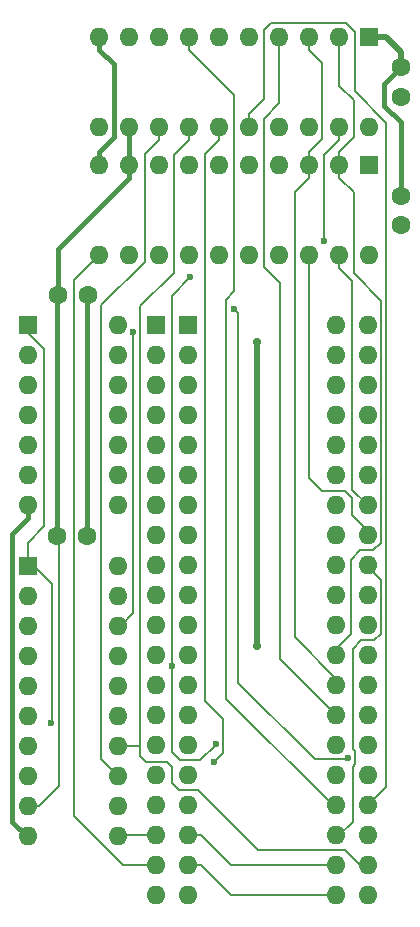
<source format=gbr>
%TF.GenerationSoftware,KiCad,Pcbnew,8.0.2*%
%TF.CreationDate,2024-05-20T19:48:16+02:00*%
%TF.ProjectId,MOS6566_Adapter,4d4f5336-3536-4365-9f41-646170746572,rev?*%
%TF.SameCoordinates,Original*%
%TF.FileFunction,Copper,L1,Top*%
%TF.FilePolarity,Positive*%
%FSLAX46Y46*%
G04 Gerber Fmt 4.6, Leading zero omitted, Abs format (unit mm)*
G04 Created by KiCad (PCBNEW 8.0.2) date 2024-05-20 19:48:16*
%MOMM*%
%LPD*%
G01*
G04 APERTURE LIST*
%TA.AperFunction,ComponentPad*%
%ADD10C,1.600000*%
%TD*%
%TA.AperFunction,ComponentPad*%
%ADD11R,1.600000X1.600000*%
%TD*%
%TA.AperFunction,ComponentPad*%
%ADD12O,1.600000X1.600000*%
%TD*%
%TA.AperFunction,ViaPad*%
%ADD13C,0.700000*%
%TD*%
%TA.AperFunction,ViaPad*%
%ADD14C,0.600000*%
%TD*%
%TA.AperFunction,Conductor*%
%ADD15C,0.400000*%
%TD*%
%TA.AperFunction,Conductor*%
%ADD16C,0.500000*%
%TD*%
%TA.AperFunction,Conductor*%
%ADD17C,0.200000*%
%TD*%
G04 APERTURE END LIST*
D10*
%TO.P,C3,1*%
%TO.N,/PwR5V*%
X107700000Y-52300000D03*
%TO.P,C3,2*%
%TO.N,/GND*%
X110200000Y-52300000D03*
%TD*%
%TO.P,C1,1*%
%TO.N,/PwR5V*%
X136700000Y-46400000D03*
%TO.P,C1,2*%
%TO.N,/GND*%
X136700000Y-43900000D03*
%TD*%
%TO.P,C2,1*%
%TO.N,/PwR5V*%
X136700000Y-35500000D03*
%TO.P,C2,2*%
%TO.N,/GND*%
X136700000Y-33000000D03*
%TD*%
D11*
%TO.P,U3,1*%
%TO.N,Net-(U1-AEC)*%
X105100000Y-54880000D03*
D12*
%TO.P,U3,2*%
%TO.N,Net-(U4-CE)*%
X105100000Y-57420000D03*
%TO.P,U3,3*%
%TO.N,N/C*%
X105100000Y-59960000D03*
%TO.P,U3,4*%
X105100000Y-62500000D03*
%TO.P,U3,5*%
X105100000Y-65040000D03*
%TO.P,U3,6*%
X105100000Y-67580000D03*
%TO.P,U3,7,GND*%
%TO.N,/GND*%
X105100000Y-70120000D03*
%TO.P,U3,8*%
%TO.N,N/C*%
X112720000Y-70120000D03*
%TO.P,U3,9*%
X112720000Y-67580000D03*
%TO.P,U3,10*%
X112720000Y-65040000D03*
%TO.P,U3,11*%
X112720000Y-62500000D03*
%TO.P,U3,12*%
X112720000Y-59960000D03*
%TO.P,U3,13*%
X112720000Y-57420000D03*
%TO.P,U3,14,VCC*%
%TO.N,/PwR5V*%
X112720000Y-54880000D03*
%TD*%
D11*
%TO.P,U2,1,D6*%
%TO.N,/D6*%
X116000000Y-54882000D03*
D12*
%TO.P,U2,2,D5*%
%TO.N,/D5*%
X116000000Y-57422000D03*
%TO.P,U2,3,D4*%
%TO.N,/D4*%
X116000000Y-59962000D03*
%TO.P,U2,4,D3*%
%TO.N,/D3*%
X116000000Y-62502000D03*
%TO.P,U2,5,D2*%
%TO.N,/D2*%
X116000000Y-65042000D03*
%TO.P,U2,6,D1*%
%TO.N,/D1*%
X116000000Y-67582000D03*
%TO.P,U2,7,D0*%
%TO.N,/D0*%
X116000000Y-70122000D03*
%TO.P,U2,8,IRQ*%
%TO.N,Net-(U1-IRQ)*%
X116000000Y-72662000D03*
%TO.P,U2,9,LP*%
%TO.N,Net-(U1-LP)*%
X116000000Y-75202000D03*
%TO.P,U2,10,~{CS}*%
%TO.N,Net-(U1-~{CS})*%
X116000000Y-77742000D03*
%TO.P,U2,11,R/~{W}*%
%TO.N,Net-(U1-R{slash}~{W})*%
X116000000Y-80282000D03*
%TO.P,U2,12,BA*%
%TO.N,Net-(U1-BA)*%
X116000000Y-82822000D03*
%TO.P,U2,13,VDD*%
%TO.N,Net-(JP1-B)*%
X116000000Y-85362000D03*
%TO.P,U2,14,Color*%
%TO.N,Net-(U1-Color)*%
X116000000Y-87902000D03*
%TO.P,U2,15,Sync*%
%TO.N,Net-(U1-Sync)*%
X116000000Y-90442000D03*
%TO.P,U2,16,AEC*%
%TO.N,Net-(U1-AEC)*%
X116000000Y-92982000D03*
%TO.P,U2,17,PHI0*%
%TO.N,Net-(U1-PHI0)*%
X116000000Y-95522000D03*
%TO.P,U2,18,RAS*%
%TO.N,Net-(U2-RAS)*%
X116000000Y-98062000D03*
%TO.P,U2,19,CAS*%
%TO.N,Net-(U2-CAS)*%
X116000000Y-100602000D03*
%TO.P,U2,20,VSS*%
%TO.N,/GND*%
X116000000Y-103142000D03*
%TO.P,U2,21,COLCLK*%
%TO.N,Net-(U1-COLCLK)*%
X131240000Y-103142000D03*
%TO.P,U2,22,DOTCLK*%
%TO.N,Net-(U1-DOTCLK)*%
X131240000Y-100602000D03*
%TO.P,U2,23,A11*%
%TO.N,/A11*%
X131240000Y-98062000D03*
%TO.P,U2,24,A0/A8*%
%TO.N,Net-(U2-A0{slash}A8)*%
X131240000Y-95522000D03*
%TO.P,U2,25,A1/A9*%
%TO.N,Net-(U2-A1{slash}A9)*%
X131240000Y-92982000D03*
%TO.P,U2,26,A2/A10*%
%TO.N,Net-(U2-A2{slash}A10)*%
X131240000Y-90442000D03*
%TO.P,U2,27,A3/A11*%
%TO.N,Net-(U2-A3{slash}A11)*%
X131240000Y-87902000D03*
%TO.P,U2,28,A4/A12*%
%TO.N,Net-(U2-A4{slash}A12)*%
X131240000Y-85362000D03*
%TO.P,U2,29,A5/A13*%
%TO.N,Net-(U2-A5{slash}A13)*%
X131240000Y-82822000D03*
%TO.P,U2,30,A6*%
%TO.N,Net-(U2-A6)*%
X131240000Y-80282000D03*
%TO.P,U2,31,A7*%
%TO.N,/A7*%
X131240000Y-77742000D03*
%TO.P,U2,32,A8*%
%TO.N,/A8*%
X131240000Y-75202000D03*
%TO.P,U2,33,A9*%
%TO.N,/A9*%
X131240000Y-72662000D03*
%TO.P,U2,34,A10*%
%TO.N,/A10*%
X131240000Y-70122000D03*
%TO.P,U2,35,D11*%
%TO.N,/D11*%
X131240000Y-67582000D03*
%TO.P,U2,36,D10*%
%TO.N,/D10*%
X131240000Y-65042000D03*
%TO.P,U2,37,D9*%
%TO.N,/D9*%
X131240000Y-62502000D03*
%TO.P,U2,38,D8*%
%TO.N,/D8*%
X131240000Y-59962000D03*
%TO.P,U2,39,D7*%
%TO.N,/D7*%
X131240000Y-57422000D03*
%TO.P,U2,40,VCC*%
%TO.N,/PwR5V*%
X131240000Y-54882000D03*
%TD*%
D11*
%TO.P,U6,1,OE*%
%TO.N,Net-(U1-AEC)*%
X134011500Y-41280000D03*
D12*
%TO.P,U6,2,D0*%
%TO.N,Net-(U2-A5{slash}A13)*%
X131471500Y-41280000D03*
%TO.P,U6,3,D1*%
%TO.N,Net-(U2-A4{slash}A12)*%
X128931500Y-41280000D03*
%TO.P,U6,4,D2*%
%TO.N,/PwR5V*%
X126391500Y-41280000D03*
%TO.P,U6,5,D3*%
X123851500Y-41280000D03*
%TO.P,U6,6,D4*%
X121311500Y-41280000D03*
%TO.P,U6,7,D5*%
X118771500Y-41280000D03*
%TO.P,U6,8,D6*%
X116231500Y-41280000D03*
%TO.P,U6,9,D7*%
X113691500Y-41280000D03*
%TO.P,U6,10,GND*%
%TO.N,/GND*%
X111151500Y-41280000D03*
%TO.P,U6,11,C*%
%TO.N,Net-(U2-CAS)*%
X111151500Y-48900000D03*
%TO.P,U6,12,Q7*%
%TO.N,unconnected-(U6-Q7-Pad12)*%
X113691500Y-48900000D03*
%TO.P,U6,13,Q6*%
%TO.N,unconnected-(U6-Q6-Pad13)*%
X116231500Y-48900000D03*
%TO.P,U6,14,Q5*%
%TO.N,unconnected-(U6-Q5-Pad14)*%
X118771500Y-48900000D03*
%TO.P,U6,15,Q4*%
%TO.N,unconnected-(U6-Q4-Pad15)*%
X121311500Y-48900000D03*
%TO.P,U6,16,Q3*%
%TO.N,unconnected-(U6-Q3-Pad16)*%
X123851500Y-48900000D03*
%TO.P,U6,17,Q2*%
%TO.N,unconnected-(U6-Q2-Pad17)*%
X126391500Y-48900000D03*
%TO.P,U6,18,Q1*%
%TO.N,Net-(U1-A12)*%
X128931500Y-48900000D03*
%TO.P,U6,19,Q0*%
%TO.N,Net-(U1-A13)*%
X131471500Y-48900000D03*
%TO.P,U6,20,VCC*%
%TO.N,/PwR5V*%
X134011500Y-48900000D03*
%TD*%
D11*
%TO.P,U5,1,OE*%
%TO.N,Net-(U1-AEC)*%
X105084000Y-75250000D03*
D12*
%TO.P,U5,2,D0*%
%TO.N,Net-(U2-A6)*%
X105084000Y-77790000D03*
%TO.P,U5,3,D1*%
%TO.N,Net-(U2-A5{slash}A13)*%
X105084000Y-80330000D03*
%TO.P,U5,4,D2*%
%TO.N,Net-(U2-A4{slash}A12)*%
X105084000Y-82870000D03*
%TO.P,U5,5,D3*%
%TO.N,Net-(U2-A3{slash}A11)*%
X105084000Y-85410000D03*
%TO.P,U5,6,D4*%
%TO.N,Net-(U2-A2{slash}A10)*%
X105084000Y-87950000D03*
%TO.P,U5,7,D5*%
%TO.N,Net-(U2-A1{slash}A9)*%
X105084000Y-90490000D03*
%TO.P,U5,8,D6*%
%TO.N,Net-(U2-A0{slash}A8)*%
X105084000Y-93030000D03*
%TO.P,U5,9,D7*%
%TO.N,/PwR5V*%
X105084000Y-95570000D03*
%TO.P,U5,10,GND*%
%TO.N,/GND*%
X105084000Y-98110000D03*
%TO.P,U5,11,C*%
%TO.N,Net-(U2-RAS)*%
X112704000Y-98110000D03*
%TO.P,U5,12,Q7*%
%TO.N,unconnected-(U5-Q7-Pad12)*%
X112704000Y-95570000D03*
%TO.P,U5,13,Q6*%
%TO.N,Net-(U1-A0)*%
X112704000Y-93030000D03*
%TO.P,U5,14,Q5*%
%TO.N,Net-(U1-A1)*%
X112704000Y-90490000D03*
%TO.P,U5,15,Q4*%
%TO.N,Net-(U1-A2)*%
X112704000Y-87950000D03*
%TO.P,U5,16,Q3*%
%TO.N,Net-(U1-A3)*%
X112704000Y-85410000D03*
%TO.P,U5,17,Q2*%
%TO.N,Net-(U1-A4)*%
X112704000Y-82870000D03*
%TO.P,U5,18,Q1*%
%TO.N,Net-(U1-A5)*%
X112704000Y-80330000D03*
%TO.P,U5,19,Q0*%
%TO.N,Net-(U1-A6)*%
X112704000Y-77790000D03*
%TO.P,U5,20,VCC*%
%TO.N,/PwR5V*%
X112704000Y-75250000D03*
%TD*%
D11*
%TO.P,U1,1,D6*%
%TO.N,/D6*%
X118660000Y-54882000D03*
D12*
%TO.P,U1,2,D5*%
%TO.N,/D5*%
X118660000Y-57422000D03*
%TO.P,U1,3,D4*%
%TO.N,/D4*%
X118660000Y-59962000D03*
%TO.P,U1,4,D3*%
%TO.N,/D3*%
X118660000Y-62502000D03*
%TO.P,U1,5,D2*%
%TO.N,/D2*%
X118660000Y-65042000D03*
%TO.P,U1,6,D1*%
%TO.N,/D1*%
X118660000Y-67582000D03*
%TO.P,U1,7,D0*%
%TO.N,/D0*%
X118660000Y-70122000D03*
%TO.P,U1,8,IRQ*%
%TO.N,Net-(U1-IRQ)*%
X118660000Y-72662000D03*
%TO.P,U1,9,LP*%
%TO.N,Net-(U1-LP)*%
X118660000Y-75202000D03*
%TO.P,U1,10,~{CS}*%
%TO.N,Net-(U1-~{CS})*%
X118660000Y-77742000D03*
%TO.P,U1,11,R/~{W}*%
%TO.N,Net-(U1-R{slash}~{W})*%
X118660000Y-80282000D03*
%TO.P,U1,12,BA*%
%TO.N,Net-(U1-BA)*%
X118660000Y-82822000D03*
%TO.P,U1,13,VDD*%
%TO.N,/Power12V*%
X118660000Y-85362000D03*
%TO.P,U1,14,Color*%
%TO.N,Net-(U1-Color)*%
X118660000Y-87902000D03*
%TO.P,U1,15,Sync*%
%TO.N,Net-(U1-Sync)*%
X118660000Y-90442000D03*
%TO.P,U1,16,AEC*%
%TO.N,Net-(U1-AEC)*%
X118660000Y-92982000D03*
%TO.P,U1,17,PHI0*%
%TO.N,Net-(U1-PHI0)*%
X118660000Y-95522000D03*
%TO.P,U1,18,DOTCLK*%
%TO.N,Net-(U1-DOTCLK)*%
X118660000Y-98062000D03*
%TO.P,U1,19,COLCLK*%
%TO.N,Net-(U1-COLCLK)*%
X118660000Y-100602000D03*
%TO.P,U1,20,VSS*%
%TO.N,/GND*%
X118660000Y-103142000D03*
%TO.P,U1,21,A0*%
%TO.N,Net-(U1-A0)*%
X133900000Y-103142000D03*
%TO.P,U1,22,A1*%
%TO.N,Net-(U1-A1)*%
X133900000Y-100602000D03*
%TO.P,U1,23,A2*%
%TO.N,Net-(U1-A2)*%
X133900000Y-98062000D03*
%TO.P,U1,24,A3*%
%TO.N,Net-(U1-A3)*%
X133900000Y-95522000D03*
%TO.P,U1,25,A4*%
%TO.N,Net-(U1-A4)*%
X133900000Y-92982000D03*
%TO.P,U1,26,A5*%
%TO.N,Net-(U1-A5)*%
X133900000Y-90442000D03*
%TO.P,U1,27,A6*%
%TO.N,Net-(U1-A6)*%
X133900000Y-87902000D03*
%TO.P,U1,28,A7*%
%TO.N,/A7*%
X133900000Y-85362000D03*
%TO.P,U1,29,A8*%
%TO.N,/A8*%
X133900000Y-82822000D03*
%TO.P,U1,30,A9*%
%TO.N,/A9*%
X133900000Y-80282000D03*
%TO.P,U1,31,A10*%
%TO.N,/A10*%
X133900000Y-77742000D03*
%TO.P,U1,32,A11*%
%TO.N,/A11*%
X133900000Y-75202000D03*
%TO.P,U1,33,A12*%
%TO.N,Net-(U1-A12)*%
X133900000Y-72662000D03*
%TO.P,U1,34,A13*%
%TO.N,Net-(U1-A13)*%
X133900000Y-70122000D03*
%TO.P,U1,35,D11*%
%TO.N,/D11*%
X133900000Y-67582000D03*
%TO.P,U1,36,D10*%
%TO.N,/D10*%
X133900000Y-65042000D03*
%TO.P,U1,37,D9*%
%TO.N,/D9*%
X133900000Y-62502000D03*
%TO.P,U1,38,D8*%
%TO.N,/D8*%
X133900000Y-59962000D03*
%TO.P,U1,39,D7*%
%TO.N,/D7*%
X133900000Y-57422000D03*
%TO.P,U1,40,VCC*%
%TO.N,/PwR5V*%
X133900000Y-54882000D03*
%TD*%
D10*
%TO.P,C4,1*%
%TO.N,/PwR5V*%
X107600000Y-72700000D03*
%TO.P,C4,2*%
%TO.N,/GND*%
X110100000Y-72700000D03*
%TD*%
D11*
%TO.P,U4,1,A->B*%
%TO.N,/GND*%
X134007500Y-30430000D03*
D12*
%TO.P,U4,2,A0*%
%TO.N,Net-(U2-A5{slash}A13)*%
X131467500Y-30430000D03*
%TO.P,U4,3,A1*%
%TO.N,Net-(U2-A4{slash}A12)*%
X128927500Y-30430000D03*
%TO.P,U4,4,A2*%
%TO.N,Net-(U2-A3{slash}A11)*%
X126387500Y-30430000D03*
%TO.P,U4,5,A3*%
%TO.N,Net-(U2-A2{slash}A10)*%
X123847500Y-30430000D03*
%TO.P,U4,6,A4*%
%TO.N,Net-(U2-A1{slash}A9)*%
X121307500Y-30430000D03*
%TO.P,U4,7,A5*%
%TO.N,Net-(U2-A0{slash}A8)*%
X118767500Y-30430000D03*
%TO.P,U4,8,A6*%
%TO.N,unconnected-(U4-A6-Pad8)*%
X116227500Y-30430000D03*
%TO.P,U4,9,A7*%
%TO.N,unconnected-(U4-A7-Pad9)*%
X113687500Y-30430000D03*
%TO.P,U4,10,GND*%
%TO.N,/GND*%
X111147500Y-30430000D03*
%TO.P,U4,11,B7*%
%TO.N,/PwR5V*%
X111147500Y-38050000D03*
%TO.P,U4,12,B6*%
X113687500Y-38050000D03*
%TO.P,U4,13,B5*%
%TO.N,Net-(U1-A0)*%
X116227500Y-38050000D03*
%TO.P,U4,14,B4*%
%TO.N,Net-(U1-A1)*%
X118767500Y-38050000D03*
%TO.P,U4,15,B3*%
%TO.N,Net-(U1-A2)*%
X121307500Y-38050000D03*
%TO.P,U4,16,B2*%
%TO.N,Net-(U1-A3)*%
X123847500Y-38050000D03*
%TO.P,U4,17,B1*%
%TO.N,Net-(U1-A4)*%
X126387500Y-38050000D03*
%TO.P,U4,18,B0*%
%TO.N,Net-(U1-A5)*%
X128927500Y-38050000D03*
%TO.P,U4,19,CE*%
%TO.N,Net-(U4-CE)*%
X131467500Y-38050000D03*
%TO.P,U4,20,VCC*%
%TO.N,/PwR5V*%
X134007500Y-38050000D03*
%TD*%
D13*
%TO.N,/PwR5V*%
X124500000Y-56300000D03*
X124500000Y-82000000D03*
D14*
%TO.N,Net-(U1-A2)*%
X120838500Y-91800000D03*
%TO.N,Net-(U1-AEC)*%
X107100000Y-88500000D03*
%TO.N,Net-(U1-A5)*%
X132203000Y-91461300D03*
X114043400Y-55427300D03*
X122600000Y-53492200D03*
%TO.N,Net-(U1-A4)*%
X117300000Y-83700000D03*
X121000000Y-90300000D03*
X118842300Y-50818400D03*
%TO.N,Net-(U4-CE)*%
X130200000Y-47700000D03*
%TD*%
D15*
%TO.N,/GND*%
X135300000Y-34400000D02*
X135300000Y-36272250D01*
X105010000Y-98110000D02*
X103800000Y-96900000D01*
X105084000Y-98110000D02*
X105010000Y-98110000D01*
X136700000Y-37672250D02*
X136700000Y-43900000D01*
D16*
X134007500Y-30430000D02*
X135430000Y-30430000D01*
D17*
X110100000Y-52400000D02*
X110200000Y-52300000D01*
D15*
X103800000Y-96900000D02*
X103800000Y-72521700D01*
D16*
X135430000Y-30430000D02*
X136700000Y-31700000D01*
X136700000Y-31700000D02*
X136700000Y-33000000D01*
D15*
X103800000Y-72521700D02*
X105100000Y-71221700D01*
X111151500Y-40178300D02*
X111151500Y-41280000D01*
X105100000Y-71221700D02*
X105100000Y-70120000D01*
X112400000Y-32784200D02*
X112400000Y-38929800D01*
X112400000Y-38929800D02*
X111151500Y-40178300D01*
X111147500Y-30430000D02*
X111147500Y-31531700D01*
X110100000Y-72700000D02*
X110100000Y-52400000D01*
X136700000Y-33000000D02*
X135300000Y-34400000D01*
X135300000Y-36272250D02*
X136700000Y-37672250D01*
X111147500Y-31531700D02*
X112400000Y-32784200D01*
D17*
%TO.N,/PwR5V*%
X107723500Y-93876500D02*
X107723500Y-72823500D01*
D15*
X107700000Y-48373200D02*
X107700000Y-52300000D01*
D16*
X124500000Y-82000000D02*
X124500000Y-56300000D01*
D15*
X113691500Y-39155700D02*
X113691500Y-41280000D01*
X113691500Y-42381700D02*
X107700000Y-48373200D01*
D17*
X107723500Y-72823500D02*
X107600000Y-72700000D01*
X107700000Y-52300000D02*
X107600000Y-52400000D01*
D15*
X113687500Y-38050000D02*
X113687500Y-39151700D01*
X113687500Y-39151700D02*
X113691500Y-39155700D01*
X113691500Y-41280000D02*
X113691500Y-42381700D01*
D17*
X105084000Y-95570000D02*
X106030000Y-95570000D01*
X106030000Y-95570000D02*
X107723500Y-93876500D01*
D15*
X107600000Y-52400000D02*
X107600000Y-72700000D01*
D17*
%TO.N,Net-(U1-A13)*%
X132567100Y-51097300D02*
X132567100Y-68789100D01*
X131471500Y-50001700D02*
X132567100Y-51097300D01*
X131471500Y-48900000D02*
X131471500Y-50001700D01*
X132567100Y-68789100D02*
X133900000Y-70122000D01*
%TO.N,Net-(U1-A2)*%
X120100000Y-86700000D02*
X120100000Y-40359200D01*
X120100000Y-40359200D02*
X121307500Y-39151700D01*
X121600000Y-91038500D02*
X121600000Y-88200000D01*
X121600000Y-88200000D02*
X120100000Y-86700000D01*
X120838500Y-91800000D02*
X121600000Y-91038500D01*
X121307500Y-39151700D02*
X121307500Y-38050000D01*
%TO.N,Net-(U1-COLCLK)*%
X122301700Y-103142000D02*
X131240000Y-103142000D01*
X119761700Y-100602000D02*
X122301700Y-103142000D01*
X118660000Y-100602000D02*
X119761700Y-100602000D01*
%TO.N,Net-(U1-AEC)*%
X107121800Y-88478200D02*
X107121800Y-76736900D01*
X106500000Y-71900000D02*
X106500000Y-56900000D01*
X107100000Y-88500000D02*
X107121800Y-88478200D01*
X105084000Y-74699100D02*
X105084000Y-73316000D01*
X105084000Y-75250000D02*
X105084000Y-74699100D01*
X107121800Y-76736900D02*
X105084000Y-74699100D01*
X105100000Y-55500000D02*
X105100000Y-54880000D01*
X106500000Y-56900000D02*
X105100000Y-55500000D01*
X105084000Y-73316000D02*
X106500000Y-71900000D01*
%TO.N,Net-(U1-A1)*%
X114643400Y-53262600D02*
X117501500Y-50404500D01*
X117501500Y-40417700D02*
X118767500Y-39151700D01*
X131932000Y-99332000D02*
X124632000Y-99332000D01*
X133900000Y-100602000D02*
X133202000Y-100602000D01*
X118767500Y-39151700D02*
X118767500Y-38050000D01*
X124632000Y-99332000D02*
X119500000Y-94200000D01*
X117330000Y-93630000D02*
X117330000Y-92230000D01*
X114600000Y-91300000D02*
X114600000Y-55719229D01*
X112704000Y-90490000D02*
X114500000Y-90490000D01*
X119500000Y-94200000D02*
X117900000Y-94200000D01*
X117501500Y-50404500D02*
X117501500Y-40417700D01*
X116900000Y-91800000D02*
X115100000Y-91800000D01*
X117330000Y-92230000D02*
X116900000Y-91800000D01*
X133202000Y-100602000D02*
X131932000Y-99332000D01*
X114643400Y-55675829D02*
X114643400Y-53262600D01*
X114600000Y-55719229D02*
X114643400Y-55675829D01*
X117900000Y-94200000D02*
X117330000Y-93630000D01*
X115100000Y-91800000D02*
X114600000Y-91300000D01*
%TO.N,/A11*%
X131240000Y-98062000D02*
X131438000Y-98062000D01*
X131438000Y-98062000D02*
X132600000Y-96900000D01*
X135037400Y-80962600D02*
X135037400Y-76437400D01*
X132600000Y-96900000D02*
X132600000Y-92243400D01*
X134448000Y-81552000D02*
X135037400Y-80962600D01*
X132850800Y-90951000D02*
X132600000Y-90700200D01*
X135037400Y-76437400D02*
X133900000Y-75300000D01*
X132600000Y-90700200D02*
X132600000Y-82300000D01*
X132600000Y-92243400D02*
X132850800Y-91992600D01*
X132850800Y-91992600D02*
X132850800Y-90951000D01*
X133348000Y-81552000D02*
X134448000Y-81552000D01*
X132600000Y-82300000D02*
X133348000Y-81552000D01*
X133900000Y-75300000D02*
X133900000Y-75202000D01*
%TO.N,Net-(U1-A0)*%
X116227500Y-38050000D02*
X116227500Y-39151700D01*
X111300000Y-53178200D02*
X111300000Y-91600000D01*
X111300000Y-91600000D02*
X112704000Y-93004000D01*
X116227500Y-39151700D02*
X115000000Y-40379200D01*
X115000000Y-40379200D02*
X115000000Y-49478200D01*
X115000000Y-49478200D02*
X111300000Y-53178200D01*
X112704000Y-93004000D02*
X112704000Y-93030000D01*
%TO.N,Net-(U1-DOTCLK)*%
X118660000Y-98062000D02*
X119761700Y-98062000D01*
X122301700Y-100602000D02*
X131240000Y-100602000D01*
X119761700Y-98062000D02*
X122301700Y-100602000D01*
%TO.N,Net-(U1-A5)*%
X122600000Y-53492200D02*
X122917300Y-53809500D01*
X112704000Y-80330000D02*
X112970000Y-80330000D01*
X132049300Y-91615000D02*
X132203000Y-91461300D01*
X112970000Y-80330000D02*
X114043400Y-79256600D01*
X114043400Y-79256600D02*
X114043400Y-55427300D01*
X129415000Y-91615000D02*
X132049300Y-91615000D01*
X122917300Y-85117300D02*
X129415000Y-91615000D01*
X122917300Y-53809500D02*
X122917300Y-85117300D01*
%TO.N,Net-(U1-A12)*%
X130000000Y-68900000D02*
X132000000Y-68900000D01*
X128931500Y-48900000D02*
X128931500Y-67831500D01*
X132570000Y-69470000D02*
X132570000Y-70970000D01*
X132000000Y-68900000D02*
X132570000Y-69470000D01*
X133900000Y-72300000D02*
X133900000Y-72662000D01*
X132570000Y-70970000D02*
X133900000Y-72300000D01*
X128931500Y-67831500D02*
X130000000Y-68900000D01*
%TO.N,Net-(U1-A3)*%
X132800000Y-30048250D02*
X132051750Y-29300000D01*
X125700000Y-29300000D02*
X125117500Y-29882500D01*
X133900000Y-95500000D02*
X135455500Y-93944500D01*
X125117500Y-29882500D02*
X125117500Y-35678300D01*
X132051750Y-29300000D02*
X125700000Y-29300000D01*
X125117500Y-35678300D02*
X123847500Y-36948300D01*
X123847500Y-36948300D02*
X123847500Y-38050000D01*
X132800000Y-35042500D02*
X132800000Y-30048250D01*
X135455500Y-37698000D02*
X132800000Y-35042500D01*
X133900000Y-95522000D02*
X133900000Y-95500000D01*
X135455500Y-93944500D02*
X135455500Y-37698000D01*
%TO.N,Net-(U1-A4)*%
X118000000Y-91700000D02*
X117300000Y-91000000D01*
X117300000Y-83700000D02*
X117300000Y-52360700D01*
X117300000Y-91000000D02*
X117300000Y-83700000D01*
X119700000Y-91700000D02*
X118000000Y-91700000D01*
X121000000Y-90300000D02*
X121000000Y-90400000D01*
X117300000Y-52360700D02*
X118842300Y-50818400D01*
X121000000Y-90400000D02*
X119700000Y-91700000D01*
%TO.N,Net-(U2-CAS)*%
X111100000Y-48900000D02*
X108986800Y-51013200D01*
X113202000Y-100602000D02*
X116000000Y-100602000D01*
X108986800Y-51013200D02*
X108986800Y-96386800D01*
X111151500Y-48900000D02*
X111100000Y-48900000D01*
X108986800Y-96386800D02*
X113202000Y-100602000D01*
%TO.N,Net-(U2-A0{slash}A8)*%
X121900000Y-86500000D02*
X121900000Y-52700000D01*
X118767500Y-31531700D02*
X118767500Y-30430000D01*
X130922000Y-95522000D02*
X121900000Y-86500000D01*
X122600000Y-52000000D02*
X122600000Y-35364200D01*
X131240000Y-95522000D02*
X130922000Y-95522000D01*
X122600000Y-35364200D02*
X118767500Y-31531700D01*
X121900000Y-52700000D02*
X122600000Y-52000000D01*
%TO.N,Net-(U2-RAS)*%
X112704000Y-98110000D02*
X112752000Y-98062000D01*
X112752000Y-98062000D02*
X116000000Y-98062000D01*
%TO.N,Net-(U2-A3{slash}A11)*%
X125100000Y-37367500D02*
X126387500Y-36080000D01*
X126500000Y-51300000D02*
X125100000Y-49900000D01*
X131240000Y-87902000D02*
X126500000Y-83162000D01*
X126500000Y-83162000D02*
X126500000Y-51300000D01*
X125100000Y-49900000D02*
X125100000Y-37367500D01*
X126387500Y-36080000D02*
X126387500Y-30430000D01*
%TO.N,Net-(U2-A5{slash}A13)*%
X134368000Y-73932000D02*
X135038900Y-73261100D01*
X132700000Y-35800000D02*
X132700000Y-38949800D01*
X132700000Y-38949800D02*
X131471500Y-40178300D01*
X132700000Y-43610200D02*
X131471500Y-42381700D01*
X135038900Y-52772900D02*
X132700000Y-50434000D01*
X132700000Y-50434000D02*
X132700000Y-43610200D01*
X131240000Y-82260000D02*
X132500000Y-81000000D01*
X131471500Y-40178300D02*
X131471500Y-41280000D01*
X131471500Y-42381700D02*
X131471500Y-41280000D01*
X131467500Y-30430000D02*
X131467500Y-34567500D01*
X135038900Y-73261100D02*
X135038900Y-52772900D01*
X132500000Y-74700000D02*
X133268000Y-73932000D01*
X132500000Y-81000000D02*
X132500000Y-74700000D01*
X131467500Y-34567500D02*
X132700000Y-35800000D01*
X133268000Y-73932000D02*
X134368000Y-73932000D01*
X131240000Y-82822000D02*
X131240000Y-82260000D01*
%TO.N,Net-(U2-A4{slash}A12)*%
X131240000Y-85362000D02*
X131240000Y-84840000D01*
X131240000Y-84840000D02*
X127700000Y-81300000D01*
X127700000Y-81300000D02*
X127700000Y-43613200D01*
X128931500Y-40729100D02*
X128931500Y-40178300D01*
X128931500Y-40729100D02*
X128931500Y-41280000D01*
X128927500Y-30430000D02*
X128927500Y-31531700D01*
X130033100Y-32637300D02*
X130033100Y-39076700D01*
X128927500Y-31531700D02*
X130033100Y-32637300D01*
X130033100Y-39076700D02*
X128931500Y-40178300D01*
X127700000Y-43613200D02*
X128931500Y-42381700D01*
X128931500Y-42381700D02*
X128931500Y-41280000D01*
%TO.N,Net-(U4-CE)*%
X131467500Y-39151700D02*
X131467500Y-38050000D01*
X130200000Y-40419200D02*
X131467500Y-39151700D01*
X130200000Y-47700000D02*
X130200000Y-40419200D01*
%TD*%
M02*

</source>
